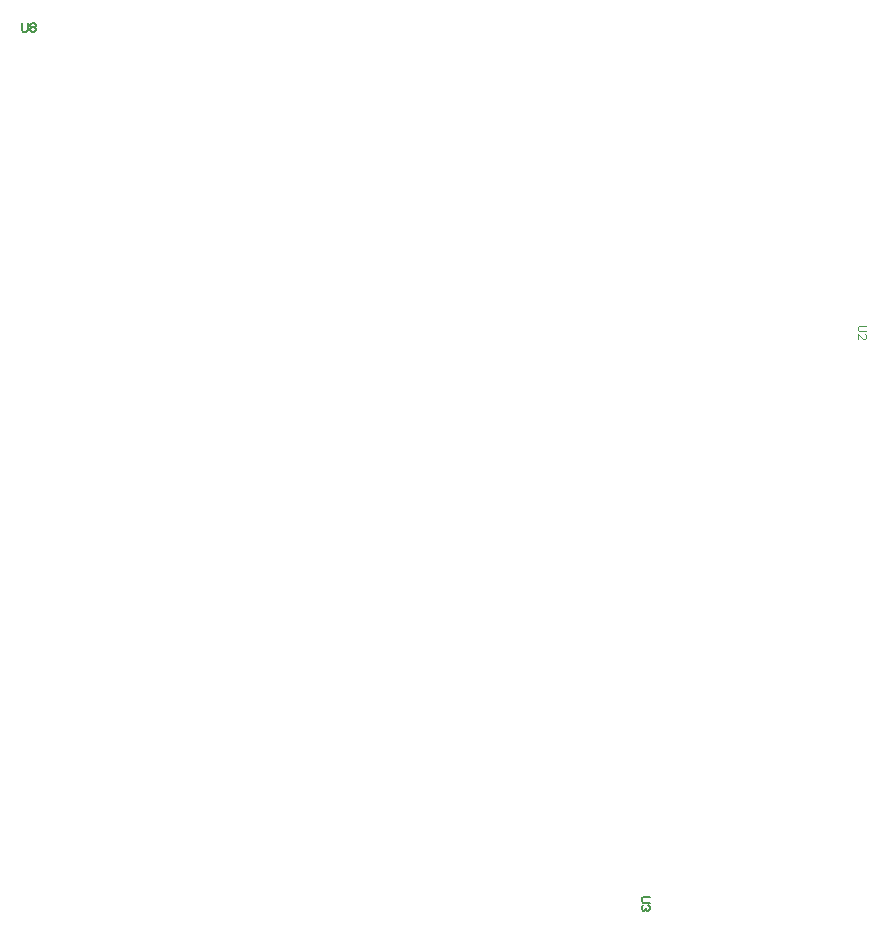
<source format=gm1>
G04*
G04 #@! TF.GenerationSoftware,Altium Limited,Altium Designer,20.1.14 (287)*
G04*
G04 Layer_Color=16711935*
%FSLAX25Y25*%
%MOIN*%
G70*
G04*
G04 #@! TF.SameCoordinates,DD9DAAA6-87D7-4B0E-BF1D-CD2AD6DAE19A*
G04*
G04*
G04 #@! TF.FilePolarity,Positive*
G04*
G01*
G75*
%ADD16C,0.00591*%
%ADD17C,0.00394*%
%ADD19C,0.00600*%
D16*
X300255Y38450D02*
X297959D01*
X297500Y37991D01*
Y37072D01*
X297959Y36613D01*
X300255D01*
X299796Y35695D02*
X300255Y35236D01*
Y34317D01*
X299796Y33858D01*
X299337D01*
X298878Y34317D01*
Y34776D01*
Y34317D01*
X298418Y33858D01*
X297959D01*
X297500Y34317D01*
Y35236D01*
X297959Y35695D01*
D17*
X372316Y228907D02*
X370020D01*
X369561Y228448D01*
Y227530D01*
X370020Y227071D01*
X372316D01*
X369561Y224316D02*
Y226152D01*
X371398Y224316D01*
X371857D01*
X372316Y224775D01*
Y225693D01*
X371857Y226152D01*
D19*
X91000Y329705D02*
Y327409D01*
X91459Y326950D01*
X92378D01*
X92837Y327409D01*
Y329705D01*
X93755Y329246D02*
X94214Y329705D01*
X95132D01*
X95592Y329246D01*
Y328786D01*
X95132Y328327D01*
X95592Y327868D01*
Y327409D01*
X95132Y326950D01*
X94214D01*
X93755Y327409D01*
Y327868D01*
X94214Y328327D01*
X93755Y328786D01*
Y329246D01*
X94214Y328327D02*
X95132D01*
M02*

</source>
